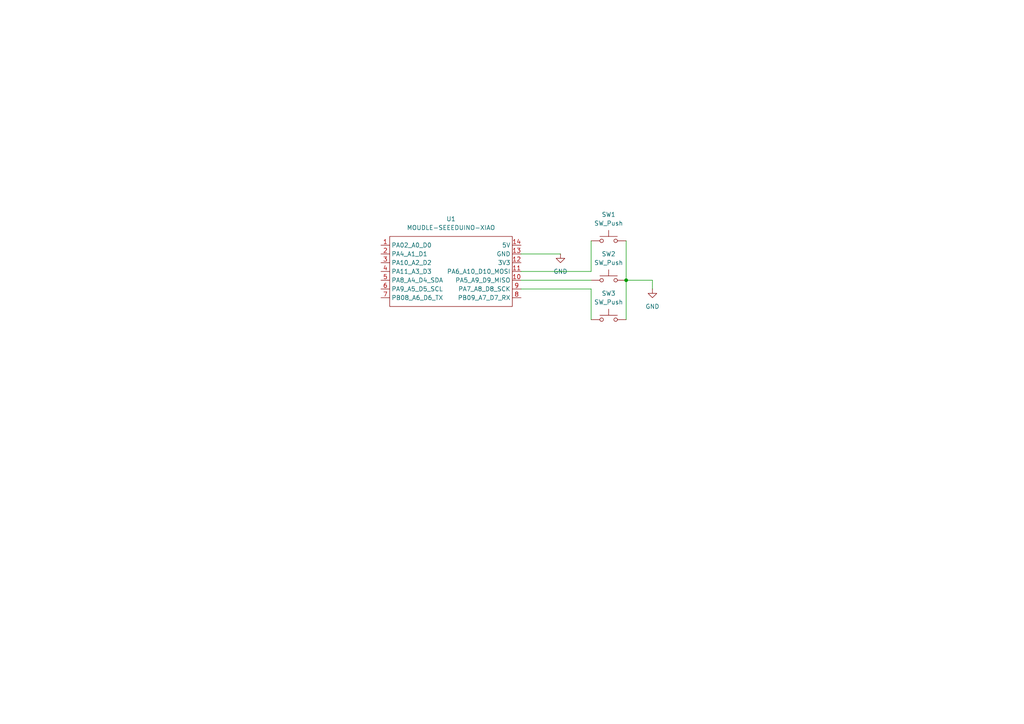
<source format=kicad_sch>
(kicad_sch (version 20250114) (generator "eeschema") (generator_version "9.0")
  (paper "A4")
  (lib_symbols
    (symbol "Switch:SW_Push" (pin_numbers (hide yes)) (pin_names (offset 1.016) (hide yes))
      (property "Reference" "SW" (at 1.27 2.54 0))
      (property "Value" "SW_Push" (at 0 -1.524 0))
      (symbol "SW_Push_0_1"
        (circle (center -2.032 0) (radius 0.508))
        (polyline (pts (xy 0 1.27) (xy 0 3.048)))
        (circle (center 2.032 0) (radius 0.508))
        (polyline (pts (xy 2.54 1.27) (xy -2.54 1.27)))
        (pin passive line (at -5.08 0 0) (length 2.54) (name "1") (number "1"))
        (pin passive line (at 5.08 0 180) (length 2.54) (name "2") (number "2"))
      )
    )
    (symbol "XIAO_RP2040:MOUDLE-SEEEDUINO-XIAO"
      (property "Reference" "U" (at -16.51 11.43 0))
      (property "Value" "MOUDLE-SEEEDUINO-XIAO" (at -3.81 -11.43 0))
      (symbol "MOUDLE-SEEEDUINO-XIAO_0_1"
        (rectangle (start -16.51 10.16) (end 19.05 -10.16))
      )
      (symbol "MOUDLE-SEEEDUINO-XIAO_1_1"
        (pin passive line (at -19.05 7.62 0) (length 2.54) (name "PA02_A0_D0") (number "1"))
        (pin passive line (at -19.05 5.08 0) (length 2.54) (name "PA4_A1_D1") (number "2"))
        (pin passive line (at -19.05 2.54 0) (length 2.54) (name "PA10_A2_D2") (number "3"))
        (pin passive line (at -19.05 0 0) (length 2.54) (name "PA11_A3_D3") (number "4"))
        (pin passive line (at -19.05 -2.54 0) (length 2.54) (name "PA8_A4_D4_SDA") (number "5"))
        (pin passive line (at -19.05 -5.08 0) (length 2.54) (name "PA9_A5_D5_SCL") (number "6"))
        (pin passive line (at -19.05 -7.62 0) (length 2.54) (name "PB08_A6_D6_TX") (number "7"))
        (pin passive line (at 21.59 7.62 180) (length 2.54) (name "5V") (number "14"))
        (pin passive line (at 21.59 5.08 180) (length 2.54) (name "GND") (number "13"))
        (pin passive line (at 21.59 2.54 180) (length 2.54) (name "3V3") (number "12"))
        (pin passive line (at 21.59 0 180) (length 2.54) (name "PA6_A10_D10_MOSI") (number "11"))
        (pin passive line (at 21.59 -2.54 180) (length 2.54) (name "PA5_A9_D9_MISO") (number "10"))
        (pin passive line (at 21.59 -5.08 180) (length 2.54) (name "PA7_A8_D8_SCK") (number "9"))
        (pin passive line (at 21.59 -7.62 180) (length 2.54) (name "PB09_A7_D7_RX") (number "8"))
      )
    )
    (symbol "power:GND" (power) (pin_numbers (hide yes)) (pin_names (offset 0) (hide yes))
      (property "Value" "GND" (at 0 -3.81 0))
      (symbol "GND_0_1"
        (polyline (pts (xy 0 0) (xy 0 -1.27) (xy 1.27 -1.27) (xy 0 -2.54) (xy -1.27 -1.27) (xy 0 -1.27)))
      )
      (symbol "GND_1_1"
        (pin power_in line (at 0 0 270) (length 0) (name "~") (number "1"))
      )
    )
  )
  (junction (at 181.61 81.28))
  (wire (pts (xy 171.45 78.74) (xy 151.13 78.74)))
  (wire (pts (xy 171.45 69.85) (xy 171.45 78.74)))
  (wire (pts (xy 181.61 81.28) (xy 181.61 92.71)))
  (wire (pts (xy 181.61 69.85) (xy 181.61 81.28)))
  (wire (pts (xy 151.13 73.66) (xy 162.56 73.66)))
  (wire (pts (xy 151.13 81.28) (xy 171.45 81.28)))
  (wire (pts (xy 189.23 81.28) (xy 189.23 83.82)))
  (wire (pts (xy 171.45 92.71) (xy 171.45 83.82)))
  (wire (pts (xy 181.61 81.28) (xy 189.23 81.28)))
  (wire (pts (xy 171.45 83.82) (xy 151.13 83.82)))
  (symbol (lib_id "Switch:SW_Push") (at 176.53 81.28 0) (unit 1)
    (property "Reference" "SW2" (at 176.53 73.66 0))
    (property "Value" "SW_Push" (at 176.53 76.2 0))
    (property "Footprint" "Button_Switch_Keyboard:SW_Cherry_MX_1.00u_PCB" (effects (hide yes)))
    (property "Description" "Push button switch, generic, two pins" (effects (hide yes)))
  )
  (symbol (lib_id "Switch:SW_Push") (at 176.53 69.85 0) (unit 1)
    (property "Reference" "SW1" (at 176.53 62.23 0))
    (property "Value" "SW_Push" (at 176.53 64.77 0))
    (property "Footprint" "Button_Switch_Keyboard:SW_Cherry_MX_1.00u_PCB" (effects (hide yes)))
    (property "Description" "Push button switch, generic, two pins" (effects (hide yes)))
  )
  (symbol (lib_id "power:GND") (at 162.56 73.66 0) (unit 1)
    (property "Reference" "#PWR02" (effects (hide yes)))
    (property "Value" "GND" (at 162.56 78.74 0))
    (property "Description" "Power symbol creates a global label with name \"GND\" , ground" (effects (hide yes)))
  )
  (symbol (lib_id "Switch:SW_Push") (at 176.53 92.71 0) (unit 1)
    (property "Reference" "SW3" (at 176.53 85.09 0))
    (property "Value" "SW_Push" (at 176.53 87.63 0))
    (property "Footprint" "Button_Switch_Keyboard:SW_Cherry_MX_1.00u_PCB" (effects (hide yes)))
    (property "Description" "Push button switch, generic, two pins" (effects (hide yes)))
  )
  (symbol (lib_id "XIAO_RP2040:MOUDLE-SEEEDUINO-XIAO") (at 129.54 78.74 0) (unit 1)
    (property "Reference" "U1" (at 130.81 63.5 0))
    (property "Value" "MOUDLE-SEEEDUINO-XIAO" (at 130.81 66.04 0))
    (property "Footprint" "footprints:XIAO-Generic-Hybrid-14P-2.54-21X17.8MM" (effects (hide yes)))
  )
  (symbol (lib_id "power:GND") (at 189.23 83.82 0) (unit 1)
    (property "Reference" "#PWR01" (effects (hide yes)))
    (property "Value" "GND" (at 189.23 88.9 0))
    (property "Description" "Power symbol creates a global label with name \"GND\" , ground" (effects (hide yes)))
  )
)
</source>
